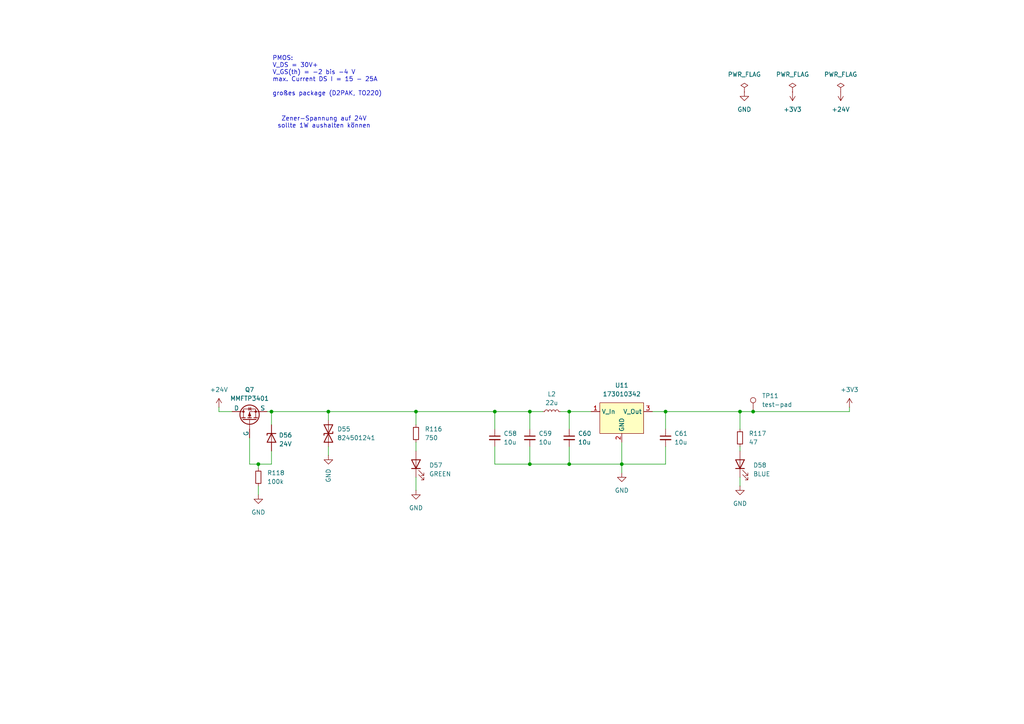
<source format=kicad_sch>
(kicad_sch (version 20231120) (generator "eeschema") (generator_version "8.0")
  (paper "A4")
  (title_block (title "PDU FT25") (date "2024-11-23") (rev "V1.1") (company "Janek Herm") (comment 1 "FaSTTUBe Electronics"))
  (lib_symbols
    (symbol "Connector:TestPoint" (pin_numbers hide) (pin_names (offset 0.762) hide)
      (property "Reference" "TP" (at 0 6.858 0))
      (property "Value" "TestPoint" (at 0 5.08 0))
      (symbol "TestPoint_0_1"
        (circle (center 0 3.302) (radius 0.762))
      )
      (symbol "TestPoint_1_1"
        (pin passive line (at 0 0 90) (length 2.54) (name "1") (number "1"))
      )
    )
    (symbol "Device:C_Small" (pin_numbers hide) (pin_names (offset 0.254) hide)
      (property "Reference" "C" (at 0.254 1.778 0))
      (property "Value" "C_Small" (at 0.254 -2.032 0))
      (symbol "C_Small_0_1"
        (polyline (pts (xy -1.524 -0.508) (xy 1.524 -0.508)) (stroke (width 0.3302)))
        (polyline (pts (xy -1.524 0.508) (xy 1.524 0.508)) (stroke (width 0.3048)))
      )
      (symbol "C_Small_1_1"
        (pin passive line (at 0 2.54 270) (length 2.032) (name "~") (number "1"))
        (pin passive line (at 0 -2.54 90) (length 2.032) (name "~") (number "2"))
      )
    )
    (symbol "Device:D_TVS" (pin_numbers hide) (pin_names (offset 1.016) hide)
      (property "Reference" "D" (at 0 2.54 0))
      (property "Value" "D_TVS" (at 0 -2.54 0))
      (symbol "D_TVS_0_1"
        (polyline (pts (xy 1.27 0) (xy -1.27 0)))
        (polyline (pts (xy 0.508 1.27) (xy 0 1.27) (xy 0 -1.27) (xy -0.508 -1.27)) (stroke (width 0.254)))
        (polyline (pts (xy -2.54 1.27) (xy -2.54 -1.27) (xy 2.54 1.27) (xy 2.54 -1.27) (xy -2.54 1.27)) (stroke (width 0.254)))
      )
      (symbol "D_TVS_1_1"
        (pin passive line (at -3.81 0 0) (length 2.54) (name "A1") (number "1"))
        (pin passive line (at 3.81 0 180) (length 2.54) (name "A2") (number "2"))
      )
    )
    (symbol "Device:D_Zener" (pin_numbers hide) (pin_names (offset 1.016) hide)
      (property "Reference" "D" (at 0 2.54 0))
      (property "Value" "D_Zener" (at 0 -2.54 0))
      (symbol "D_Zener_0_1"
        (polyline (pts (xy 1.27 0) (xy -1.27 0)))
        (polyline (pts (xy -1.27 -1.27) (xy -1.27 1.27) (xy -0.762 1.27)) (stroke (width 0.254)))
        (polyline (pts (xy 1.27 -1.27) (xy 1.27 1.27) (xy -1.27 0) (xy 1.27 -1.27)) (stroke (width 0.254)))
      )
      (symbol "D_Zener_1_1"
        (pin passive line (at -3.81 0 0) (length 2.54) (name "K") (number "1"))
        (pin passive line (at 3.81 0 180) (length 2.54) (name "A") (number "2"))
      )
    )
    (symbol "Device:LED" (pin_numbers hide) (pin_names (offset 1.016) hide)
      (property "Reference" "D" (at 0 2.54 0))
      (property "Value" "LED" (at 0 -2.54 0))
      (symbol "LED_0_1"
        (polyline (pts (xy -1.27 -1.27) (xy -1.27 1.27)) (stroke (width 0.254)))
        (polyline (pts (xy -1.27 0) (xy 1.27 0)))
        (polyline (pts (xy 1.27 -1.27) (xy 1.27 1.27) (xy -1.27 0) (xy 1.27 -1.27)) (stroke (width 0.254)))
        (polyline (pts (xy -3.048 -0.762) (xy -4.572 -2.286) (xy -3.81 -2.286) (xy -4.572 -2.286) (xy -4.572 -1.524)))
        (polyline (pts (xy -1.778 -0.762) (xy -3.302 -2.286) (xy -2.54 -2.286) (xy -3.302 -2.286) (xy -3.302 -1.524)))
      )
      (symbol "LED_1_1"
        (pin passive line (at -3.81 0 0) (length 2.54) (name "K") (number "1"))
        (pin passive line (at 3.81 0 180) (length 2.54) (name "A") (number "2"))
      )
    )
    (symbol "Device:L_Small" (pin_numbers hide) (pin_names (offset 0.254) hide)
      (property "Reference" "L" (at 0.762 1.016 0))
      (property "Value" "L_Small" (at 0.762 -1.016 0))
      (symbol "L_Small_0_1"
        (arc (start 0 -2.032) (mid 0.5058 -1.524) (end 0 -1.016))
        (arc (start 0 -1.016) (mid 0.5058 -0.508) (end 0 0))
        (arc (start 0 0) (mid 0.5058 0.508) (end 0 1.016))
        (arc (start 0 1.016) (mid 0.5058 1.524) (end 0 2.032))
      )
      (symbol "L_Small_1_1"
        (pin passive line (at 0 2.54 270) (length 0.508) (name "~") (number "1"))
        (pin passive line (at 0 -2.54 90) (length 0.508) (name "~") (number "2"))
      )
    )
    (symbol "Device:R_Small" (pin_numbers hide) (pin_names (offset 0.254) hide)
      (property "Reference" "R" (at 0.762 0.508 0))
      (property "Value" "R_Small" (at 0.762 -1.016 0))
      (symbol "R_Small_0_1"
        (rectangle (start -0.762 1.778) (end 0.762 -1.778) (stroke (width 0.2032)))
      )
      (symbol "R_Small_1_1"
        (pin passive line (at 0 2.54 270) (length 0.762) (name "~") (number "1"))
        (pin passive line (at 0 -2.54 90) (length 0.762) (name "~") (number "2"))
      )
    )
    (symbol "FaSTTUBe_Voltage_Regulators:MagI3C-WPME-FDSM"
      (property "Reference" "U" (at 0 6.858 0))
      (property "Value" "WPME-FDSM" (at -0.254 4.826 0))
      (symbol "MagI3C-WPME-FDSM_1_1"
        (rectangle (start -6.35 3.81) (end 6.35 -5.08) (fill (type background)))
        (pin input line (at -8.89 1.27 0) (length 2.54) (name "V_In") (number "1"))
        (pin power_in line (at 0 -7.62 90) (length 2.54) (name "GND") (number "2"))
        (pin passive line (at 8.89 1.27 180) (length 2.54) (name "V_Out") (number "3"))
      )
    )
    (symbol "Simulation_SPICE:PMOS" (pin_numbers hide) (pin_names (offset 0))
      (property "Reference" "Q" (at 5.08 1.27 0))
      (property "Value" "PMOS" (at 5.08 -1.27 0))
      (symbol "PMOS_0_1"
        (polyline (pts (xy 0.254 0) (xy -2.54 0)))
        (polyline (pts (xy 0.254 1.905) (xy 0.254 -1.905)) (stroke (width 0.254)))
        (polyline (pts (xy 0.762 -1.27) (xy 0.762 -2.286)) (stroke (width 0.254)))
        (polyline (pts (xy 0.762 0.508) (xy 0.762 -0.508)) (stroke (width 0.254)))
        (polyline (pts (xy 0.762 2.286) (xy 0.762 1.27)) (stroke (width 0.254)))
        (polyline (pts (xy 2.54 2.54) (xy 2.54 1.778)))
        (polyline (pts (xy 2.54 -2.54) (xy 2.54 0) (xy 0.762 0)))
        (polyline (pts (xy 0.762 1.778) (xy 3.302 1.778) (xy 3.302 -1.778) (xy 0.762 -1.778)))
        (polyline (pts (xy 2.286 0) (xy 1.27 0.381) (xy 1.27 -0.381) (xy 2.286 0)) (fill (type outline)))
        (polyline (pts (xy 2.794 -0.508) (xy 2.921 -0.381) (xy 3.683 -0.381) (xy 3.81 -0.254)))
        (polyline (pts (xy 3.302 -0.381) (xy 2.921 0.254) (xy 3.683 0.254) (xy 3.302 -0.381)))
        (circle (center 1.651 0) (radius 2.794) (stroke (width 0.254)))
        (circle (center 2.54 -1.778) (radius 0.254) (fill (type outline)))
        (circle (center 2.54 1.778) (radius 0.254) (fill (type outline)))
      )
      (symbol "PMOS_1_1"
        (pin passive line (at 2.54 5.08 270) (length 2.54) (name "D") (number "1"))
        (pin input line (at -5.08 0 0) (length 2.54) (name "G") (number "2"))
        (pin passive line (at 2.54 -5.08 90) (length 2.54) (name "S") (number "3"))
      )
    )
    (symbol "power:+24V" (power) (pin_numbers hide) (pin_names (offset 0) hide)
      (property "Value" "+24V" (at 0 3.556 0))
      (symbol "+24V_0_1"
        (polyline (pts (xy -0.762 1.27) (xy 0 2.54)))
        (polyline (pts (xy 0 0) (xy 0 2.54)))
        (polyline (pts (xy 0 2.54) (xy 0.762 1.27)))
      )
      (symbol "+24V_1_1"
        (pin power_in line (at 0 0 90) (length 0) (name "~") (number "1"))
      )
    )
    (symbol "power:+3.3V" (power) (pin_numbers hide) (pin_names (offset 0) hide)
      (property "Value" "+3.3V" (at 0 3.556 0))
      (symbol "+3.3V_0_1"
        (polyline (pts (xy -0.762 1.27) (xy 0 2.54)))
        (polyline (pts (xy 0 0) (xy 0 2.54)))
        (polyline (pts (xy 0 2.54) (xy 0.762 1.27)))
      )
      (symbol "+3.3V_1_1"
        (pin power_in line (at 0 0 90) (length 0) (name "~") (number "1"))
      )
    )
    (symbol "power:GND" (power) (pin_numbers hide) (pin_names (offset 0) hide)
      (property "Value" "GND" (at 0 -3.81 0))
      (symbol "GND_0_1"
        (polyline (pts (xy 0 0) (xy 0 -1.27) (xy 1.27 -1.27) (xy 0 -2.54) (xy -1.27 -1.27) (xy 0 -1.27)))
      )
      (symbol "GND_1_1"
        (pin power_in line (at 0 0 270) (length 0) (name "~") (number "1"))
      )
    )
    (symbol "power:PWR_FLAG" (power) (pin_numbers hide) (pin_names (offset 0) hide)
      (property "Value" "PWR_FLAG" (at 0 3.81 0))
      (symbol "PWR_FLAG_0_0"
        (pin power_out line (at 0 0 90) (length 0) (name "~") (number "1"))
      )
      (symbol "PWR_FLAG_0_1"
        (polyline (pts (xy 0 0) (xy 0 1.27) (xy -1.016 1.905) (xy 0 2.54) (xy 1.016 1.905) (xy 0 1.27)))
      )
    )
  )
  (junction (at 95.25 119.38))
  (junction (at 180.34 134.62))
  (junction (at 165.1 119.38))
  (junction (at 143.51 119.38))
  (junction (at 153.67 119.38))
  (junction (at 218.44 119.38))
  (junction (at 120.65 119.38))
  (junction (at 214.63 119.38))
  (junction (at 78.74 119.38))
  (junction (at 153.67 134.62))
  (junction (at 193.04 119.38))
  (junction (at 74.93 134.62))
  (junction (at 165.1 134.62))
  (wire (pts (xy 165.1 134.62) (xy 180.34 134.62)))
  (wire (pts (xy 180.34 134.62) (xy 180.34 137.16)))
  (wire (pts (xy 165.1 119.38) (xy 171.45 119.38)))
  (wire (pts (xy 72.39 134.62) (xy 74.93 134.62)))
  (wire (pts (xy 165.1 119.38) (xy 165.1 124.46)))
  (wire (pts (xy 162.56 119.38) (xy 165.1 119.38)))
  (wire (pts (xy 193.04 119.38) (xy 214.63 119.38)))
  (wire (pts (xy 153.67 134.62) (xy 165.1 134.62)))
  (wire (pts (xy 180.34 128.27) (xy 180.34 134.62)))
  (wire (pts (xy 153.67 119.38) (xy 157.48 119.38)))
  (wire (pts (xy 74.93 135.89) (xy 74.93 134.62)))
  (wire (pts (xy 95.25 119.38) (xy 95.25 121.92)))
  (wire (pts (xy 72.39 127) (xy 72.39 134.62)))
  (wire (pts (xy 95.25 119.38) (xy 120.65 119.38)))
  (wire (pts (xy 74.93 140.97) (xy 74.93 143.51)))
  (wire (pts (xy 189.23 119.38) (xy 193.04 119.38)))
  (wire (pts (xy 63.5 119.38) (xy 67.31 119.38)))
  (wire (pts (xy 214.63 129.54) (xy 214.63 130.81)))
  (wire (pts (xy 193.04 119.38) (xy 193.04 124.46)))
  (wire (pts (xy 78.74 130.81) (xy 78.74 134.62)))
  (wire (pts (xy 120.65 138.43) (xy 120.65 142.24)))
  (wire (pts (xy 143.51 119.38) (xy 153.67 119.38)))
  (wire (pts (xy 214.63 138.43) (xy 214.63 140.97)))
  (wire (pts (xy 193.04 129.54) (xy 193.04 134.62)))
  (wire (pts (xy 120.65 119.38) (xy 143.51 119.38)))
  (wire (pts (xy 153.67 129.54) (xy 153.67 134.62)))
  (wire (pts (xy 246.38 119.38) (xy 246.38 118.11)))
  (wire (pts (xy 120.65 128.27) (xy 120.65 130.81)))
  (wire (pts (xy 153.67 119.38) (xy 153.67 124.46)))
  (wire (pts (xy 143.51 119.38) (xy 143.51 124.46)))
  (wire (pts (xy 218.44 119.38) (xy 246.38 119.38)))
  (wire (pts (xy 63.5 119.38) (xy 63.5 118.11)))
  (wire (pts (xy 180.34 134.62) (xy 193.04 134.62)))
  (wire (pts (xy 95.25 132.08) (xy 95.25 129.54)))
  (wire (pts (xy 214.63 119.38) (xy 218.44 119.38)))
  (wire (pts (xy 78.74 134.62) (xy 74.93 134.62)))
  (wire (pts (xy 78.74 119.38) (xy 78.74 123.19)))
  (wire (pts (xy 120.65 119.38) (xy 120.65 123.19)))
  (wire (pts (xy 214.63 119.38) (xy 214.63 124.46)))
  (wire (pts (xy 77.47 119.38) (xy 78.74 119.38)))
  (wire (pts (xy 78.74 119.38) (xy 95.25 119.38)))
  (wire (pts (xy 143.51 134.62) (xy 153.67 134.62)))
  (wire (pts (xy 165.1 129.54) (xy 165.1 134.62)))
  (wire (pts (xy 143.51 129.54) (xy 143.51 134.62)))
  (text "Zener-Spannung auf 24V\nsollte 1W aushalten können" (at 93.98 35.56 0) (effects (font (size 1.27 1.27))))
  (text "PMOS:\nV_DS = 30V+\nV_GS(th) = -2 bis -4 V\nmax. Current DS I = 15 - 25A\n\ngroßes package (D2PAK, TO220)" (at 78.994 22.098 0) (effects (font (size 1.27 1.27)) (justify left)))
  (symbol (lib_id "Device:R_Small") (at 74.93 138.43 0) (unit 1)
    (property "Reference" "R118" (at 77.47 137.1599 0) (effects (justify left)))
    (property "Value" "100k" (at 77.47 139.6999 0) (effects (justify left)))
    (property "Description" "Resistor, small symbol" (effects (hide yes)))
  )
  (symbol (lib_id "power:PWR_FLAG") (at 243.84 26.67 0) (unit 1)
    (property "Reference" "#FLG03" (effects (hide yes)))
    (property "Value" "PWR_FLAG" (at 243.84 21.59 0))
    (property "Description" "Special symbol for telling ERC where power comes from" (effects (hide yes)))
  )
  (symbol (lib_id "power:+3.3V") (at 246.38 118.11 0) (unit 1)
    (property "Reference" "#PWR0172" (effects (hide yes)))
    (property "Value" "+3V3" (at 246.38 113.03 0))
    (property "Description" "Power symbol creates a global label with name \"+3.3V\"" (effects (hide yes)))
  )
  (symbol (lib_id "Device:LED") (at 120.65 134.62 90) (unit 1)
    (property "Reference" "D57" (at 124.46 134.9374 90) (effects (justify right)))
    (property "Value" "GREEN" (at 124.46 137.4774 90) (effects (justify right)))
    (property "Footprint" "Resistor_SMD:R_0603_1608Metric_Pad0.98x0.95mm_HandSolder" (effects (hide yes)))
    (property "Datasheet" "https://www.we-online.com/components/products/datasheet/150060VS75000.pdf" (effects (hide yes)))
    (property "Description" "Light emitting diode" (effects (hide yes)))
    (property "MPR" "150060VS75000" (effects (hide yes)))
  )
  (symbol (lib_id "Simulation_SPICE:PMOS") (at 72.39 121.92 90) (unit 1)
    (property "Reference" "Q7" (at 72.39 113.03 90))
    (property "Value" "MMFTP3401" (at 72.39 115.57 90))
    (property "Footprint" "Package_TO_SOT_SMD:SOT-23" (effects (hide yes)))
    (property "Datasheet" "https://diotec.com/request/datasheet/mmftp3401.pdf" (effects (hide yes)))
    (property "Description" "P-MOSFET transistor, drain/source/gate" (effects (hide yes)))
    (property "Sim.Device" "PMOS" (effects (hide yes)))
    (property "Sim.Type" "VDMOS" (effects (hide yes)))
    (property "Sim.Pins" "1=D 2=G 3=S" (effects (hide yes)))
  )
  (symbol (lib_id "power:PWR_FLAG") (at 215.9 26.67 0) (unit 1)
    (property "Reference" "#FLG01" (effects (hide yes)))
    (property "Value" "PWR_FLAG" (at 215.9 21.59 0))
    (property "Description" "Special symbol for telling ERC where power comes from" (effects (hide yes)))
  )
  (symbol (lib_id "Device:D_Zener") (at 78.74 127 90) (mirror x) (unit 1)
    (property "Reference" "D56" (at 82.804 126.238 90))
    (property "Value" "24V" (at 82.804 128.778 90))
    (property "Footprint" "3SMAJ5934B-TP:DIOM5226X244N" (effects (hide yes)))
    (property "Datasheet" "https://www.mouser.de/datasheet/2/258/3SMAJ5918B_3SMAJ5956B_SMA_-3423242.pdf" (effects (hide yes)))
    (property "Description" "Zener diode" (effects (hide yes)))
    (property "MPR" "3SMAJ5934B-TP" (effects (hide yes)))
  )
  (symbol (lib_id "Device:L_Small") (at 160.02 119.38 90) (unit 1)
    (property "Reference" "L2" (at 160.02 114.3 90))
    (property "Value" "22u" (at 160.02 116.84 90))
    (property "Footprint" "744774122:WE-PD2_5848_582055" (effects (hide yes)))
    (property "Datasheet" "https://www.we-online.com/components/products/datasheet/744774122.pdf" (effects (hide yes)))
    (property "Description" "Inductor, small symbol" (effects (hide yes)))
    (property "MPR" "WE 744774122" (effects (hide yes)))
  )
  (symbol (lib_id "Device:C_Small") (at 165.1 127 0) (unit 1)
    (property "Reference" "C60" (at 167.64 125.7362 0) (effects (justify left)))
    (property "Value" "10u" (at 167.64 128.2762 0) (effects (justify left)))
    (property "Footprint" "Capacitor_SMD:C_1206_3216Metric_Pad1.33x1.80mm_HandSolder" (effects (hide yes)))
    (property "Description" "50V, X5R" (effects (hide yes)))
  )
  (symbol (lib_id "power:GND") (at 74.93 143.51 0) (unit 1)
    (property "Reference" "#PWR0177" (effects (hide yes)))
    (property "Value" "GND" (at 74.93 148.59 0))
    (property "Description" "Power symbol creates a global label with name \"GND\" , ground" (effects (hide yes)))
  )
  (symbol (lib_id "power:+3.3V") (at 229.87 26.67 180) (unit 1)
    (property "Reference" "#PWR0169" (effects (hide yes)))
    (property "Value" "+3V3" (at 229.87 31.75 0))
    (property "Description" "Power symbol creates a global label with name \"+3.3V\"" (effects (hide yes)))
  )
  (symbol (lib_id "power:GND") (at 215.9 26.67 0) (unit 1)
    (property "Reference" "#PWR0168" (effects (hide yes)))
    (property "Value" "GND" (at 215.9 31.75 0))
    (property "Description" "Power symbol creates a global label with name \"GND\" , ground" (effects (hide yes)))
  )
  (symbol (lib_id "power:PWR_FLAG") (at 229.87 26.67 0) (unit 1)
    (property "Reference" "#FLG02" (effects (hide yes)))
    (property "Value" "PWR_FLAG" (at 229.87 21.59 0))
    (property "Description" "Special symbol for telling ERC where power comes from" (effects (hide yes)))
  )
  (symbol (lib_id "power:GND") (at 120.65 142.24 0) (unit 1)
    (property "Reference" "#PWR0176" (effects (hide yes)))
    (property "Value" "GND" (at 120.65 147.32 0))
    (property "Description" "Power symbol creates a global label with name \"GND\" , ground" (effects (hide yes)))
  )
  (symbol (lib_id "Device:D_TVS") (at 95.25 125.73 90) (mirror x) (unit 1)
    (property "Reference" "D55" (at 97.79 124.4599 90) (effects (justify right)))
    (property "Value" "824501241" (at 97.79 126.9999 90) (effects (justify right)))
    (property "Footprint" "824501241:DIOM5127X250N" (effects (hide yes)))
    (property "Datasheet" "https://www.we-online.com/components/products/datasheet/824501241.pdf" (effects (hide yes)))
    (property "Description" "Bidirectional transient-voltage-suppression diode" (effects (hide yes)))
  )
  (symbol (lib_id "Device:LED") (at 214.63 134.62 90) (unit 1)
    (property "Reference" "D58" (at 218.44 134.9374 90) (effects (justify right)))
    (property "Value" "BLUE" (at 218.44 137.4774 90) (effects (justify right)))
    (property "Footprint" "Resistor_SMD:R_0603_1608Metric_Pad0.98x0.95mm_HandSolder" (effects (hide yes)))
    (property "Datasheet" "https://www.we-online.com/components/products/datasheet/150060BS75000.pdf" (effects (hide yes)))
    (property "Description" "Light emitting diode" (effects (hide yes)))
    (property "MPR" "150060BS75000" (effects (hide yes)))
  )
  (symbol (lib_id "Connector:TestPoint") (at 218.44 119.38 0) (unit 1)
    (property "Reference" "TP11" (at 220.98 114.8079 0) (effects (justify left)))
    (property "Value" "test-pad" (at 220.98 117.3479 0) (effects (justify left)))
    (property "Description" "test point" (effects (hide yes)))
  )
  (symbol (lib_id "power:+24V") (at 243.84 26.67 180) (unit 1)
    (property "Reference" "#PWR0170" (effects (hide yes)))
    (property "Value" "+24V" (at 243.84 31.75 0))
    (property "Description" "Power symbol creates a global label with name \"+24V\"" (effects (hide yes)))
  )
  (symbol (lib_id "power:+24V") (at 63.5 118.11 0) (unit 1)
    (property "Reference" "#PWR0171" (effects (hide yes)))
    (property "Value" "+24V" (at 63.5 113.03 0))
    (property "Description" "Power symbol creates a global label with name \"+24V\"" (effects (hide yes)))
  )
  (symbol (lib_id "FaSTTUBe_Voltage_Regulators:MagI3C-WPME-FDSM") (at 180.34 120.65 0) (unit 1)
    (property "Reference" "U11" (at 180.34 111.76 0))
    (property "Value" "173010342" (at 180.34 114.3 0))
    (property "Footprint" "173010342:173010342" (effects (hide yes)))
    (property "Datasheet" "https://www.we-online.com/components/products/datasheet/173010342.pdf" (effects (hide yes)))
  )
  (symbol (lib_id "Device:R_Small") (at 120.65 125.73 0) (unit 1)
    (property "Reference" "R116" (at 123.19 124.4599 0) (effects (justify left)))
    (property "Value" "750" (at 123.19 126.9999 0) (effects (justify left)))
    (property "Footprint" "Resistor_SMD:R_0603_1608Metric_Pad0.98x0.95mm_HandSolder" (effects (hide yes)))
    (property "Description" "Resistor, small symbol" (effects (hide yes)))
  )
  (symbol (lib_id "power:GND") (at 95.25 132.08 0) (mirror y) (unit 1)
    (property "Reference" "#PWR0173" (effects (hide yes)))
    (property "Value" "GND" (at 95.2501 135.89 90) (effects (justify right)))
    (property "Description" "Power symbol creates a global label with name \"GND\" , ground" (effects (hide yes)))
  )
  (symbol (lib_id "Device:C_Small") (at 193.04 127 0) (unit 1)
    (property "Reference" "C61" (at 195.58 125.7362 0) (effects (justify left)))
    (property "Value" "10u" (at 195.58 128.2762 0) (effects (justify left)))
    (property "Footprint" "Capacitor_SMD:C_1206_3216Metric_Pad1.33x1.80mm_HandSolder" (effects (hide yes)))
    (property "Description" "50V, X5R" (effects (hide yes)))
  )
  (symbol (lib_id "Device:R_Small") (at 214.63 127 0) (unit 1)
    (property "Reference" "R117" (at 217.17 125.7299 0) (effects (justify left)))
    (property "Value" "47" (at 217.17 128.2699 0) (effects (justify left)))
    (property "Footprint" "Resistor_SMD:R_0603_1608Metric_Pad0.98x0.95mm_HandSolder" (effects (hide yes)))
    (property "Description" "Resistor, small symbol" (effects (hide yes)))
  )
  (symbol (lib_id "Device:C_Small") (at 153.67 127 0) (unit 1)
    (property "Reference" "C59" (at 156.21 125.7362 0) (effects (justify left)))
    (property "Value" "10u" (at 156.21 128.2762 0) (effects (justify left)))
    (property "Footprint" "Capacitor_SMD:C_1206_3216Metric_Pad1.33x1.80mm_HandSolder" (effects (hide yes)))
    (property "Description" "50V, X5R" (effects (hide yes)))
  )
  (symbol (lib_id "Device:C_Small") (at 143.51 127 0) (unit 1)
    (property "Reference" "C58" (at 146.05 125.7362 0) (effects (justify left)))
    (property "Value" "10u" (at 146.05 128.2762 0) (effects (justify left)))
    (property "Footprint" "Capacitor_SMD:C_1206_3216Metric_Pad1.33x1.80mm_HandSolder" (effects (hide yes)))
    (property "Description" "50V, X5R" (effects (hide yes)))
  )
  (symbol (lib_id "power:GND") (at 214.63 140.97 0) (unit 1)
    (property "Reference" "#PWR0175" (effects (hide yes)))
    (property "Value" "GND" (at 214.63 146.05 0))
    (property "Description" "Power symbol creates a global label with name \"GND\" , ground" (effects (hide yes)))
  )
  (symbol (lib_id "power:GND") (at 180.34 137.16 0) (unit 1)
    (property "Reference" "#PWR0174" (effects (hide yes)))
    (property "Value" "GND" (at 180.34 142.24 0))
    (property "Description" "Power symbol creates a global label with name \"GND\" , ground" (effects (hide yes)))
  )
)
</source>
